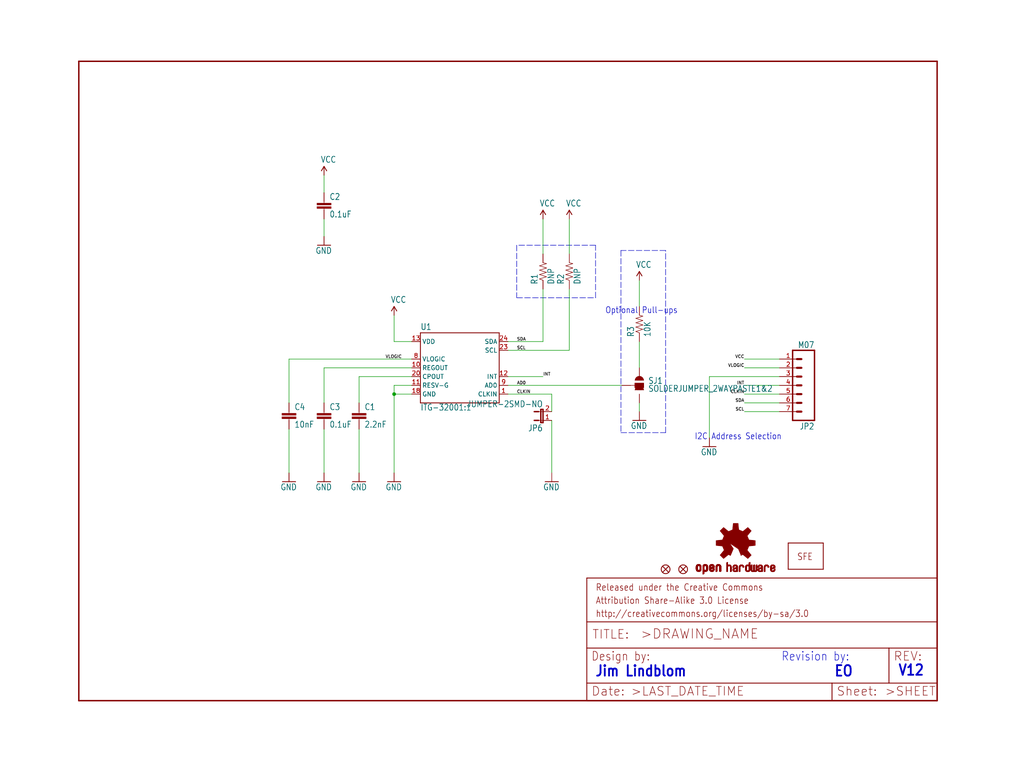
<source format=kicad_sch>
(kicad_sch (version 20211123) (generator eeschema)
  (paper "User" 297.002 223.926)
  (lib_symbols
    (symbol "eagleSchem-eagle-import:10KOHM1{slash}10W1%(0603)0603"
      (property "Reference" "R" (at -3.81 1.4986 0))
      (property "Value" "10KOHM1{slash}10W1%(0603)0603" (at -3.81 -3.302 0))
      (symbol "10KOHM1{slash}10W1%(0603)0603_1_0"
        (pin passive line (at -5.08 0 0) (length 2.54) (name "1") (number "1"))
        (pin passive line (at 5.08 0 180) (length 2.54) (name "2") (number "2"))
      )
    )
    (symbol "eagleSchem-eagle-import:CAP0603-CAP"
      (property "Reference" "C" (at 1.524 2.921 0))
      (property "Value" "CAP0603-CAP" (at 1.524 -2.159 0))
      (symbol "CAP0603-CAP_1_0"
        (pin passive line (at 0 5.08 270) (length 2.54) (name "1") (number "1"))
        (pin passive line (at 0 -2.54 90) (length 2.54) (name "2") (number "2"))
      )
    )
    (symbol "eagleSchem-eagle-import:FIDUCIALUFIDUCIAL")
    (symbol "eagleSchem-eagle-import:FRAME-LETTER"
      (symbol "FRAME-LETTER_2_0"
        (text ">DRAWING_NAME" (at 15.494 17.78 0) (effects (font (size 2.7432 2.7432)) (justify left bottom)))
        (text ">LAST_DATE_TIME" (at 12.7 1.27 0) (effects (font (size 2.54 2.54)) (justify left bottom)))
        (text ">SHEET" (at 86.36 1.27 0) (effects (font (size 2.54 2.54)) (justify left bottom)))
        (text "Attribution Share-Alike 3.0 License" (at 2.54 27.94 0) (effects (font (size 1.9304 1.6408)) (justify left bottom)))
        (text "Date:" (at 1.27 1.27 0) (effects (font (size 2.54 2.54)) (justify left bottom)))
        (text "Design by:" (at 1.27 11.43 0) (effects (font (size 2.54 2.159)) (justify left bottom)))
        (text "http://creativecommons.org/licenses/by-sa/3.0" (at 2.54 24.13 0) (effects (font (size 1.9304 1.6408)) (justify left bottom)))
        (text "Released under the Creative Commons" (at 2.54 31.75 0) (effects (font (size 1.9304 1.6408)) (justify left bottom)))
        (text "REV:" (at 88.9 11.43 0) (effects (font (size 2.54 2.54)) (justify left bottom)))
        (text "Sheet:" (at 72.39 1.27 0) (effects (font (size 2.54 2.54)) (justify left bottom)))
        (text "TITLE:" (at 1.524 17.78 0) (effects (font (size 2.54 2.54)) (justify left bottom)))
      )
    )
    (symbol "eagleSchem-eagle-import:GND" (power)
      (property "Value" "GND" (at -2.54 -2.54 0))
      (symbol "GND_1_0"
        (pin power_in line (at 0 2.54 270) (length 2.54) (name "GND") (number "1"))
      )
    )
    (symbol "eagleSchem-eagle-import:ITG-32001{colon}1"
      (property "Reference" "U" (at -10.16 10.922 0))
      (property "Value" "ITG-32001{colon}1" (at -10.16 -12.446 0))
      (symbol "ITG-32001{colon}1_1_0"
        (pin bidirectional line (at 15.24 -7.62 180) (length 2.54) (name "CLKIN") (number "1"))
        (pin bidirectional line (at -12.7 0 0) (length 2.54) (name "REGOUT") (number "10"))
        (pin bidirectional line (at -12.7 -5.08 0) (length 2.54) (name "RESV-G") (number "11"))
        (pin bidirectional line (at 15.24 -2.54 180) (length 2.54) (name "INT") (number "12"))
        (pin bidirectional line (at -12.7 7.62 0) (length 2.54) (name "VDD") (number "13"))
        (pin bidirectional line (at -12.7 -7.62 0) (length 2.54) (name "GND") (number "18"))
        (pin bidirectional line (at -12.7 -2.54 0) (length 2.54) (name "CPOUT") (number "20"))
        (pin bidirectional line (at 15.24 5.08 180) (length 2.54) (name "SCL") (number "23"))
        (pin bidirectional line (at 15.24 7.62 180) (length 2.54) (name "SDA") (number "24"))
        (pin bidirectional line (at -12.7 2.54 0) (length 2.54) (name "VLOGIC") (number "8"))
        (pin bidirectional line (at 15.24 -5.08 180) (length 2.54) (name "AD0") (number "9"))
      )
    )
    (symbol "eagleSchem-eagle-import:JUMPER-2SMD-NO"
      (property "Reference" "JP" (at -1.27 0 90))
      (property "Value" "JUMPER-2SMD-NO" (at 5.715 0 90))
      (symbol "JUMPER-2SMD-NO_1_0"
        (pin passive line (at 0 -2.54 90) (length 2.54) (name "1") (number "1"))
        (pin passive line (at 2.54 -2.54 90) (length 2.54) (name "2") (number "2"))
      )
    )
    (symbol "eagleSchem-eagle-import:LOGO-SFESK"
      (symbol "LOGO-SFESK_1_0"
        (text "SFE" (at 0 0 0) (effects (font (size 1.9304 1.6408)) (justify left bottom)))
      )
    )
    (symbol "eagleSchem-eagle-import:M07"
      (property "Reference" "JP" (at -5.08 13.462 0))
      (property "Value" "M07" (at -5.08 -10.16 0))
      (symbol "M07_1_0"
        (pin passive line (at 5.08 -5.08 180) (length 5.08) (name "1") (number "1"))
        (pin passive line (at 5.08 -2.54 180) (length 5.08) (name "2") (number "2"))
        (pin passive line (at 5.08 0 180) (length 5.08) (name "3") (number "3"))
        (pin passive line (at 5.08 2.54 180) (length 5.08) (name "4") (number "4"))
        (pin passive line (at 5.08 5.08 180) (length 5.08) (name "5") (number "5"))
        (pin passive line (at 5.08 7.62 180) (length 5.08) (name "6") (number "6"))
        (pin passive line (at 5.08 10.16 180) (length 5.08) (name "7") (number "7"))
      )
    )
    (symbol "eagleSchem-eagle-import:OSHW-LOGOS")
    (symbol "eagleSchem-eagle-import:RESISTOR0603-RES"
      (property "Reference" "R" (at -3.81 1.4986 0))
      (property "Value" "RESISTOR0603-RES" (at -3.81 -3.302 0))
      (symbol "RESISTOR0603-RES_1_0"
        (pin passive line (at -5.08 0 0) (length 2.54) (name "1") (number "1"))
        (pin passive line (at 5.08 0 180) (length 2.54) (name "2") (number "2"))
      )
    )
    (symbol "eagleSchem-eagle-import:SOLDERJUMPER_2WAYPASTE1&2"
      (property "Reference" "SJ" (at 2.54 0.381 0))
      (property "Value" "SOLDERJUMPER_2WAYPASTE1&2" (at 2.54 -1.905 0))
      (symbol "SOLDERJUMPER_2WAYPASTE1&2_1_0"
        (pin passive line (at 0 5.08 270) (length 2.54) (name "1") (number "1"))
        (pin passive line (at -5.08 0 0) (length 2.54) (name "2") (number "2"))
        (pin passive line (at 0 -5.08 90) (length 2.54) (name "3") (number "3"))
      )
    )
    (symbol "eagleSchem-eagle-import:VCC" (power)
      (property "Value" "VCC" (at -1.016 3.556 0))
      (symbol "VCC_1_0"
        (pin power_in line (at 0 0 90) (length 2.54) (name "VCC") (number "1"))
      )
    )
  )
  (junction (at 114.3 114.3))
  (wire (pts (xy 114.3 99.06) (xy 114.3 91.44)))
  (wire (pts (xy 226.06 119.38) (xy 215.9 119.38)))
  (wire (pts (xy 93.98 124.46) (xy 93.98 137.16)))
  (wire (pts (xy 165.1 83.82) (xy 165.1 101.6)))
  (wire (pts (xy 165.1 101.6) (xy 147.32 101.6)))
  (wire (pts (xy 226.06 114.3) (xy 215.9 114.3)))
  (wire (pts (xy 93.98 116.84) (xy 93.98 106.68)))
  (wire (pts (xy 226.06 106.68) (xy 215.9 106.68)))
  (wire (pts (xy 185.42 119.38) (xy 185.42 116.84)))
  (wire (pts (xy 119.38 109.22) (xy 104.14 109.22)))
  (wire (pts (xy 83.82 124.46) (xy 83.82 137.16)))
  (wire (pts (xy 160.02 114.3) (xy 147.32 114.3)))
  (wire (pts (xy 114.3 114.3) (xy 114.3 137.16)))
  (wire (pts (xy 226.06 116.84) (xy 215.9 116.84)))
  (wire (pts (xy 119.38 114.3) (xy 114.3 114.3)))
  (wire (pts (xy 147.32 109.22) (xy 157.48 109.22)))
  (wire (pts (xy 114.3 111.76) (xy 114.3 114.3)))
  (polyline (pts (xy 180.086 72.644) (xy 180.086 107.188)))
  (polyline (pts (xy 180.086 107.442) (xy 180.086 125.476)))
  (wire (pts (xy 93.98 63.5) (xy 93.98 68.58)))
  (wire (pts (xy 205.74 109.22) (xy 205.74 127)))
  (wire (pts (xy 185.42 81.28) (xy 185.42 88.9)))
  (wire (pts (xy 226.06 109.22) (xy 205.74 109.22)))
  (polyline (pts (xy 180.086 125.476) (xy 193.04 125.476)))
  (wire (pts (xy 157.48 73.66) (xy 157.48 63.5)))
  (wire (pts (xy 104.14 109.22) (xy 104.14 116.84)))
  (polyline (pts (xy 193.04 72.644) (xy 180.086 72.644)))
  (wire (pts (xy 93.98 106.68) (xy 119.38 106.68)))
  (polyline (pts (xy 172.72 71.12) (xy 149.86 71.12)))
  (wire (pts (xy 119.38 104.14) (xy 83.82 104.14)))
  (wire (pts (xy 226.06 111.76) (xy 215.9 111.76)))
  (wire (pts (xy 157.48 99.06) (xy 147.32 99.06)))
  (wire (pts (xy 93.98 50.8) (xy 93.98 55.88)))
  (wire (pts (xy 119.38 111.76) (xy 114.3 111.76)))
  (wire (pts (xy 165.1 73.66) (xy 165.1 63.5)))
  (wire (pts (xy 147.32 111.76) (xy 180.34 111.76)))
  (wire (pts (xy 160.02 119.38) (xy 160.02 114.3)))
  (wire (pts (xy 104.14 124.46) (xy 104.14 137.16)))
  (wire (pts (xy 185.42 99.06) (xy 185.42 106.68)))
  (wire (pts (xy 226.06 104.14) (xy 215.9 104.14)))
  (wire (pts (xy 160.02 137.16) (xy 160.02 121.92)))
  (polyline (pts (xy 149.86 71.12) (xy 149.86 86.36)))
  (polyline (pts (xy 172.72 86.36) (xy 172.72 71.12)))
  (polyline (pts (xy 149.86 86.36) (xy 172.72 86.36)))
  (wire (pts (xy 119.38 99.06) (xy 114.3 99.06)))
  (polyline (pts (xy 193.04 125.476) (xy 193.04 72.644)))
  (wire (pts (xy 157.48 83.82) (xy 157.48 99.06)))
  (wire (pts (xy 83.82 104.14) (xy 83.82 116.84)))
  (text "V12" (at 260.35 196.342 180) (effects (font (size 3.048 2.5908) (thickness 0.5182) bold) (justify left bottom)))
  (text "Revision by:" (at 226.568 192.024 180) (effects (font (size 2.54 2.159)) (justify left bottom)))
  (text "EO" (at 241.808 196.596 180) (effects (font (size 3.048 2.5908) (thickness 0.5182) bold) (justify left bottom)))
  (text "Jim Lindblom" (at 172.466 196.596 180) (effects (font (size 3.048 2.5908) (thickness 0.5182) bold) (justify left bottom)))
  (text "I2C Address Selection" (at 201.422 127.762 180) (effects (font (size 1.778 1.5113)) (justify left bottom)))
  (text "Optional Pull-ups" (at 175.514 91.186 180) (effects (font (size 1.778 1.5113)) (justify left bottom)))
  (label "SDA" (at 215.9 116.84 180) (effects (font (size 0.889 0.889))))
  (label "VCC" (at 215.9 104.14 180) (effects (font (size 0.889 0.889))))
  (label "VLOGIC" (at 215.9 106.68 180) (effects (font (size 0.889 0.889))))
  (label "CLKIN" (at 149.86 114.3 0) (effects (font (size 0.889 0.889))))
  (label "CLKIN" (at 215.9 114.3 180) (effects (font (size 0.889 0.889))))
  (label "INT" (at 157.48 109.22 0) (effects (font (size 0.889 0.889))))
  (label "SDA" (at 149.86 99.06 0) (effects (font (size 0.889 0.889))))
  (label "SCL" (at 215.9 119.38 180) (effects (font (size 0.889 0.889))))
  (label "INT" (at 215.9 111.76 180) (effects (font (size 0.889 0.889))))
  (label "SCL" (at 149.86 101.6 0) (effects (font (size 0.889 0.889))))
  (label "VLOGIC" (at 111.76 104.14 0) (effects (font (size 0.889 0.889))))
  (label "AD0" (at 149.86 111.76 0) (effects (font (size 0.889 0.889))))
  (symbol (lib_id "eagleSchem-eagle-import:SOLDERJUMPER_2WAYPASTE1&2") (at 185.42 111.76 0) (unit 1)
    (property "Reference" "SJ1" (at 187.96 111.379 0) (effects (font (size 1.778 1.5113)) (justify left bottom)))
    (property "Value" "SOLDERJUMPER_2WAYPASTE1&2" (at 187.96 113.665 0) (effects (font (size 1.778 1.5113)) (justify left bottom)))
    (property "Footprint" "eagleSchem:SJ_3_PASTE1&2" (effects hide))
  )
  (symbol (lib_id "eagleSchem-eagle-import:FRAME-LETTER") (at 22.86 203.2 0) (unit 1)
    (property "Reference" "FRAME1" (effects hide))
    (property "Value" "FRAME-LETTER" (effects hide))
    (property "Footprint" "eagleSchem:CREATIVE_COMMONS" (effects hide))
  )
  (symbol (lib_id "eagleSchem-eagle-import:CAP0603-CAP") (at 104.14 121.92 0) (unit 1)
    (property "Reference" "C1" (at 105.664 118.999 0) (effects (font (size 1.778 1.5113)) (justify left bottom)))
    (property "Value" "2.2nF" (at 105.664 124.079 0) (effects (font (size 1.778 1.5113)) (justify left bottom)))
    (property "Footprint" "eagleSchem:0603-CAP" (effects hide))
  )
  (symbol (lib_id "eagleSchem-eagle-import:FIDUCIALUFIDUCIAL") (at 198.12 165.1 0) (unit 1)
    (property "Reference" "FID2" (effects hide))
    (property "Value" "FIDUCIALUFIDUCIAL" (effects hide))
    (property "Footprint" "eagleSchem:MICRO-FIDUCIAL" (effects hide))
  )
  (symbol (lib_id "eagleSchem-eagle-import:CAP0603-CAP") (at 93.98 60.96 0) (unit 1)
    (property "Reference" "C2" (at 95.504 58.039 0) (effects (font (size 1.778 1.5113)) (justify left bottom)))
    (property "Value" "0.1uF" (at 95.504 63.119 0) (effects (font (size 1.778 1.5113)) (justify left bottom)))
    (property "Footprint" "eagleSchem:0603-CAP" (effects hide))
  )
  (symbol (lib_id "eagleSchem-eagle-import:VCC") (at 165.1 63.5 0) (unit 1)
    (property "Reference" "#P+5" (effects hide))
    (property "Value" "VCC" (at 164.084 59.944 0) (effects (font (size 1.778 1.5113)) (justify left bottom)))
    (property "Footprint" "eagleSchem:" (effects hide))
  )
  (symbol (lib_id "eagleSchem-eagle-import:VCC") (at 185.42 81.28 0) (unit 1)
    (property "Reference" "#P+3" (effects hide))
    (property "Value" "VCC" (at 184.404 77.724 0) (effects (font (size 1.778 1.5113)) (justify left bottom)))
    (property "Footprint" "eagleSchem:" (effects hide))
  )
  (symbol (lib_id "eagleSchem-eagle-import:GND") (at 160.02 139.7 0) (unit 1)
    (property "Reference" "#GND7" (effects hide))
    (property "Value" "GND" (at 157.48 142.24 0) (effects (font (size 1.778 1.5113)) (justify left bottom)))
    (property "Footprint" "eagleSchem:" (effects hide))
  )
  (symbol (lib_id "eagleSchem-eagle-import:GND") (at 93.98 71.12 0) (unit 1)
    (property "Reference" "#GND3" (effects hide))
    (property "Value" "GND" (at 91.44 73.66 0) (effects (font (size 1.778 1.5113)) (justify left bottom)))
    (property "Footprint" "eagleSchem:" (effects hide))
  )
  (symbol (lib_id "eagleSchem-eagle-import:GND") (at 93.98 139.7 0) (unit 1)
    (property "Reference" "#GND4" (effects hide))
    (property "Value" "GND" (at 91.44 142.24 0) (effects (font (size 1.778 1.5113)) (justify left bottom)))
    (property "Footprint" "eagleSchem:" (effects hide))
  )
  (symbol (lib_id "eagleSchem-eagle-import:GND") (at 83.82 139.7 0) (unit 1)
    (property "Reference" "#GND5" (effects hide))
    (property "Value" "GND" (at 81.28 142.24 0) (effects (font (size 1.778 1.5113)) (justify left bottom)))
    (property "Footprint" "eagleSchem:" (effects hide))
  )
  (symbol (lib_id "eagleSchem-eagle-import:VCC") (at 93.98 50.8 0) (unit 1)
    (property "Reference" "#P+2" (effects hide))
    (property "Value" "VCC" (at 92.964 47.244 0) (effects (font (size 1.778 1.5113)) (justify left bottom)))
    (property "Footprint" "eagleSchem:" (effects hide))
  )
  (symbol (lib_id "eagleSchem-eagle-import:LOGO-SFESK") (at 231.14 162.56 0) (unit 1)
    (property "Reference" "LOGO2" (effects hide))
    (property "Value" "LOGO-SFESK" (effects hide))
    (property "Footprint" "eagleSchem:SFE-LOGO-FLAME" (effects hide))
  )
  (symbol (lib_id "eagleSchem-eagle-import:GND") (at 114.3 139.7 0) (unit 1)
    (property "Reference" "#GND1" (effects hide))
    (property "Value" "GND" (at 111.76 142.24 0) (effects (font (size 1.778 1.5113)) (justify left bottom)))
    (property "Footprint" "eagleSchem:" (effects hide))
  )
  (symbol (lib_id "eagleSchem-eagle-import:10KOHM1{slash}10W1%(0603)0603") (at 185.42 93.98 90) (unit 1)
    (property "Reference" "R3" (at 183.9214 97.79 0) (effects (font (size 1.778 1.5113)) (justify left bottom)))
    (property "Value" "10K" (at 188.722 97.79 0) (effects (font (size 1.778 1.5113)) (justify left bottom)))
    (property "Footprint" "eagleSchem:0603-RES" (effects hide))
  )
  (symbol (lib_id "eagleSchem-eagle-import:CAP0603-CAP") (at 83.82 121.92 0) (unit 1)
    (property "Reference" "C4" (at 85.344 118.999 0) (effects (font (size 1.778 1.5113)) (justify left bottom)))
    (property "Value" "10nF" (at 85.344 124.079 0) (effects (font (size 1.778 1.5113)) (justify left bottom)))
    (property "Footprint" "eagleSchem:0603-CAP" (effects hide))
  )
  (symbol (lib_id "eagleSchem-eagle-import:CAP0603-CAP") (at 93.98 121.92 0) (unit 1)
    (property "Reference" "C3" (at 95.504 118.999 0) (effects (font (size 1.778 1.5113)) (justify left bottom)))
    (property "Value" "0.1uF" (at 95.504 124.079 0) (effects (font (size 1.778 1.5113)) (justify left bottom)))
    (property "Footprint" "eagleSchem:0603-CAP" (effects hide))
  )
  (symbol (lib_id "eagleSchem-eagle-import:ITG-32001{colon}1") (at 132.08 106.68 0) (unit 1)
    (property "Reference" "U1" (at 121.92 95.758 0) (effects (font (size 1.778 1.5113)) (justify left bottom)))
    (property "Value" "ITG-32001{colon}1" (at 121.92 119.126 0) (effects (font (size 1.778 1.5113)) (justify left bottom)))
    (property "Footprint" "eagleSchem:QFN-24_ITG3200_1_1" (effects hide))
  )
  (symbol (lib_id "eagleSchem-eagle-import:VCC") (at 114.3 91.44 0) (unit 1)
    (property "Reference" "#P+1" (effects hide))
    (property "Value" "VCC" (at 113.284 87.884 0) (effects (font (size 1.778 1.5113)) (justify left bottom)))
    (property "Footprint" "eagleSchem:" (effects hide))
  )
  (symbol (lib_id "eagleSchem-eagle-import:FRAME-LETTER") (at 170.18 203.2 0) (unit 2)
    (property "Reference" "FRAME1" (effects hide))
    (property "Value" "FRAME-LETTER" (effects hide))
    (property "Footprint" "eagleSchem:CREATIVE_COMMONS" (effects hide))
  )
  (symbol (lib_id "eagleSchem-eagle-import:GND") (at 185.42 121.92 0) (unit 1)
    (property "Reference" "#GND6" (effects hide))
    (property "Value" "GND" (at 182.88 124.46 0) (effects (font (size 1.778 1.5113)) (justify left bottom)))
    (property "Footprint" "eagleSchem:" (effects hide))
  )
  (symbol (lib_id "eagleSchem-eagle-import:GND") (at 205.74 129.54 0) (unit 1)
    (property "Reference" "#GND8" (effects hide))
    (property "Value" "GND" (at 203.2 132.08 0) (effects (font (size 1.778 1.5113)) (justify left bottom)))
    (property "Footprint" "eagleSchem:" (effects hide))
  )
  (symbol (lib_id "eagleSchem-eagle-import:RESISTOR0603-RES") (at 165.1 78.74 90) (unit 1)
    (property "Reference" "R2" (at 163.6014 82.55 0) (effects (font (size 1.778 1.5113)) (justify left bottom)))
    (property "Value" "DNP" (at 168.402 82.55 0) (effects (font (size 1.778 1.5113)) (justify left bottom)))
    (property "Footprint" "eagleSchem:0603-RES" (effects hide))
  )
  (symbol (lib_id "eagleSchem-eagle-import:RESISTOR0603-RES") (at 157.48 78.74 90) (unit 1)
    (property "Reference" "R1" (at 155.9814 82.55 0) (effects (font (size 1.778 1.5113)) (justify left bottom)))
    (property "Value" "DNP" (at 160.782 82.55 0) (effects (font (size 1.778 1.5113)) (justify left bottom)))
    (property "Footprint" "eagleSchem:0603-RES" (effects hide))
  )
  (symbol (lib_id "eagleSchem-eagle-import:JUMPER-2SMD-NO") (at 157.48 121.92 90) (unit 1)
    (property "Reference" "JP6" (at 157.48 123.19 90) (effects (font (size 1.778 1.5113)) (justify left bottom)))
    (property "Value" "JUMPER-2SMD-NO" (at 157.48 116.205 90) (effects (font (size 1.778 1.5113)) (justify left bottom)))
    (property "Footprint" "eagleSchem:SJ_2S-NO" (effects hide))
  )
  (symbol (lib_id "eagleSchem-eagle-import:FIDUCIALUFIDUCIAL") (at 193.04 165.1 0) (unit 1)
    (property "Reference" "FID1" (effects hide))
    (property "Value" "FIDUCIALUFIDUCIAL" (effects hide))
    (property "Footprint" "eagleSchem:MICRO-FIDUCIAL" (effects hide))
  )
  (symbol (lib_id "eagleSchem-eagle-import:M07") (at 231.14 109.22 180) (unit 1)
    (property "Reference" "JP2" (at 236.22 122.682 0) (effects (font (size 1.778 1.5113)) (justify left bottom)))
    (property "Value" "M07" (at 236.22 99.06 0) (effects (font (size 1.778 1.5113)) (justify left bottom)))
    (property "Footprint" "eagleSchem:1X07" (effects hide))
  )
  (symbol (lib_id "eagleSchem-eagle-import:OSHW-LOGOS") (at 213.36 157.48 0) (unit 1)
    (property "Reference" "LOGO1" (effects hide))
    (property "Value" "OSHW-LOGOS" (effects hide))
    (property "Footprint" "eagleSchem:OSHW-LOGO-S" (effects hide))
  )
  (symbol (lib_id "eagleSchem-eagle-import:VCC") (at 157.48 63.5 0) (unit 1)
    (property "Reference" "#P+4" (effects hide))
    (property "Value" "VCC" (at 156.464 59.944 0) (effects (font (size 1.778 1.5113)) (justify left bottom)))
    (property "Footprint" "eagleSchem:" (effects hide))
  )
  (symbol (lib_id "eagleSchem-eagle-import:GND") (at 104.14 139.7 0) (unit 1)
    (property "Reference" "#GND2" (effects hide))
    (property "Value" "GND" (at 101.6 142.24 0) (effects (font (size 1.778 1.5113)) (justify left bottom)))
    (property "Footprint" "eagleSchem:" (effects hide))
  )
)
</source>
